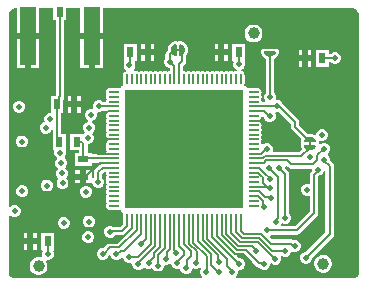
<source format=gtl>
G04*
G04 #@! TF.GenerationSoftware,Altium Limited,Altium Designer,24.6.1 (21)*
G04*
G04 Layer_Physical_Order=1*
G04 Layer_Color=255*
%FSLAX25Y25*%
%MOIN*%
G70*
G04*
G04 #@! TF.SameCoordinates,968F5DAC-6C38-4F8D-B6AE-AF4369227771*
G04*
G04*
G04 #@! TF.FilePolarity,Positive*
G04*
G01*
G75*
%ADD16R,0.02165X0.03543*%
%ADD17R,0.39764X0.39764*%
%ADD18O,0.00787X0.03347*%
%ADD19O,0.03347X0.00787*%
%ADD20R,0.03543X0.02165*%
%ADD22R,0.02402X0.03543*%
%ADD23R,0.05512X0.19685*%
%ADD29C,0.00750*%
%ADD30C,0.00600*%
%ADD31C,0.00787*%
%ADD32C,0.00800*%
%ADD33C,0.03937*%
%ADD34C,0.01968*%
G36*
X119493Y94573D02*
X119890Y94494D01*
X120263Y94340D01*
X120599Y94115D01*
X120885Y93829D01*
X121110Y93494D01*
X121265Y93120D01*
X121344Y92724D01*
X121344Y92522D01*
X121345Y6693D01*
X121344Y6491D01*
X121266Y6094D01*
X121111Y5721D01*
X120887Y5385D01*
X120601Y5099D01*
X120265Y4874D01*
X119892Y4719D01*
X119496Y4640D01*
X119293Y4640D01*
X80598D01*
X80399Y5152D01*
X80816Y5569D01*
X81118Y6298D01*
Y7088D01*
X81567Y7340D01*
X81881D01*
X82610Y7643D01*
X83168Y8201D01*
X83470Y8930D01*
Y9719D01*
X83168Y10449D01*
X82610Y11007D01*
X81881Y11309D01*
X81485D01*
X80678Y12115D01*
X80890Y12627D01*
X83010D01*
X87079Y8558D01*
X87534Y8254D01*
X88070Y8147D01*
X88260D01*
X88640Y7767D01*
X89369Y7465D01*
X90158D01*
X90888Y7767D01*
X91446Y8325D01*
X91748Y9054D01*
Y9348D01*
X92260Y9560D01*
X92380Y9440D01*
X93109Y9138D01*
X93899D01*
X94628Y9440D01*
X95186Y9998D01*
X95488Y10727D01*
Y11517D01*
X95404Y11719D01*
X95538Y11876D01*
X95817Y12060D01*
X96456Y11795D01*
X97245D01*
X97974Y12097D01*
X98533Y12655D01*
X98761Y13208D01*
X98835Y13385D01*
X99347Y13477D01*
X99605Y13370D01*
X100395D01*
X101124Y13672D01*
X101682Y14230D01*
X101984Y14960D01*
Y15749D01*
X101682Y16478D01*
X101124Y17037D01*
X100395Y17339D01*
X99605D01*
X99581Y17329D01*
X99419Y17437D01*
X98883Y17544D01*
X92523D01*
X91730Y18336D01*
X91830Y18838D01*
X91967Y18895D01*
X92247Y19175D01*
X100794D01*
X101330Y19282D01*
X101785Y19586D01*
X107433Y25233D01*
X107737Y25688D01*
X107843Y26225D01*
Y38616D01*
X108104Y38876D01*
X108170D01*
X108900Y39178D01*
X109458Y39737D01*
X109697Y40315D01*
X110209Y40214D01*
Y19967D01*
X103742Y13500D01*
X103346D01*
X102616Y13198D01*
X102058Y12640D01*
X101756Y11910D01*
Y11121D01*
X102058Y10392D01*
X102616Y9834D01*
X103346Y9532D01*
X104135D01*
X104864Y9834D01*
X105422Y10392D01*
X105724Y11121D01*
Y11517D01*
X112602Y18395D01*
X112906Y18850D01*
X113013Y19387D01*
Y41910D01*
X112906Y42447D01*
X112602Y42902D01*
X111811Y43693D01*
Y44419D01*
X111509Y45149D01*
X110951Y45707D01*
X110940Y45711D01*
X110899Y46282D01*
X111328Y46711D01*
X111630Y47440D01*
Y48229D01*
X111328Y48959D01*
X110770Y49517D01*
X110040Y49819D01*
X109251D01*
X108522Y49517D01*
X108355Y49350D01*
X108226Y49341D01*
X108216Y49343D01*
X107922Y49626D01*
X107964Y50163D01*
X108154Y50333D01*
X108410Y50482D01*
X108660Y50378D01*
X109450D01*
X110179Y50680D01*
X110737Y51238D01*
X111039Y51968D01*
Y52757D01*
X110737Y53486D01*
X110179Y54044D01*
X109450Y54347D01*
X108660D01*
X107931Y54044D01*
X107373Y53486D01*
X107071Y52757D01*
Y52548D01*
X106612Y52322D01*
X106459Y52439D01*
X105718Y52746D01*
X104921Y52851D01*
X104492Y52795D01*
X101505Y55782D01*
Y56678D01*
X101399Y57214D01*
X101095Y57669D01*
X96047Y62717D01*
X95875Y63132D01*
X95317Y63690D01*
X94588Y63992D01*
X93992D01*
X93665Y64377D01*
X93634Y64465D01*
X93717Y64664D01*
Y65454D01*
X93414Y66183D01*
X93051Y66546D01*
Y77787D01*
X93270Y77877D01*
X93908Y78366D01*
X94023Y78517D01*
X94060Y78541D01*
X94180Y78721D01*
X94397Y79004D01*
X94503Y79260D01*
X94531Y79310D01*
X94541Y79328D01*
X94628Y79562D01*
X94704Y79745D01*
X94708Y79778D01*
X94700Y79780D01*
X94692Y79794D01*
X94694Y79811D01*
X94753Y80106D01*
X94738Y80181D01*
X94739Y80189D01*
X94731Y80216D01*
X94652Y80614D01*
X94365Y81044D01*
X93935Y81331D01*
X93686Y81380D01*
X93702Y81329D01*
X93632Y81129D01*
X93425Y81011D01*
X90031Y81011D01*
X89742Y81309D01*
X89765Y81378D01*
X89530Y81331D01*
X89100Y81044D01*
X88813Y80614D01*
X88712Y80106D01*
X88776Y79783D01*
X88757Y79778D01*
X88761Y79745D01*
X89068Y79004D01*
X89557Y78366D01*
X90194Y77877D01*
X90247Y77855D01*
Y66380D01*
X90050Y66183D01*
X89748Y65454D01*
Y64664D01*
X90050Y63935D01*
X90162Y63823D01*
X89950Y63311D01*
X89063D01*
X88921Y63484D01*
X88813Y64028D01*
X88650Y64272D01*
X88813Y64515D01*
X88921Y65059D01*
X88813Y65603D01*
X88650Y65847D01*
X88813Y66090D01*
X88921Y66634D01*
X88813Y67178D01*
X88505Y67639D01*
X88044Y67947D01*
X87500Y68055D01*
X84941D01*
X84397Y67947D01*
X84386Y67939D01*
X83874Y68213D01*
Y68618D01*
X83469D01*
X83195Y69130D01*
X83203Y69141D01*
X83311Y69685D01*
Y72244D01*
X83203Y72788D01*
X82895Y73249D01*
X82434Y73557D01*
X82248Y73594D01*
X82195Y74126D01*
X82620Y74302D01*
X83178Y74860D01*
X83480Y75590D01*
Y76379D01*
X83363Y76662D01*
X83303Y77150D01*
X83303Y77150D01*
X83303Y77150D01*
Y82693D01*
X79138D01*
Y77150D01*
X79277D01*
X79619Y76638D01*
X79512Y76379D01*
Y75590D01*
X79814Y74860D01*
X80372Y74302D01*
X80655Y74185D01*
X80725Y73602D01*
X80705Y73588D01*
X80315Y73665D01*
X79771Y73557D01*
X79528Y73394D01*
X79284Y73557D01*
X78740Y73665D01*
X78196Y73557D01*
X77953Y73394D01*
X77709Y73557D01*
X77165Y73665D01*
X76622Y73557D01*
X76378Y73394D01*
X76134Y73557D01*
X75590Y73665D01*
X75047Y73557D01*
X74803Y73394D01*
X74559Y73557D01*
X74016Y73665D01*
X73472Y73557D01*
X73228Y73394D01*
X72985Y73557D01*
X72441Y73665D01*
X71897Y73557D01*
X71653Y73394D01*
X71410Y73557D01*
X70866Y73665D01*
X70322Y73557D01*
X70079Y73394D01*
X69835Y73557D01*
X69291Y73665D01*
X68748Y73557D01*
X68504Y73394D01*
X68260Y73557D01*
X67716Y73665D01*
X67173Y73557D01*
X66929Y73394D01*
X66685Y73557D01*
X66142Y73665D01*
X65598Y73557D01*
X65354Y73394D01*
X65111Y73557D01*
X64567Y73665D01*
X64023Y73557D01*
X63779Y73394D01*
X63536Y73557D01*
X62992Y73665D01*
X62819Y73807D01*
Y75500D01*
X63345Y76025D01*
X63649Y76480D01*
X63756Y77017D01*
Y78911D01*
X63955Y79171D01*
X64262Y79913D01*
X64367Y80709D01*
X64262Y81505D01*
X63955Y82247D01*
X63466Y82884D01*
X62829Y83373D01*
X62572Y83479D01*
X62523Y83507D01*
X62505Y83517D01*
X62270Y83604D01*
X62087Y83680D01*
X62055Y83684D01*
X62053Y83676D01*
X62039Y83668D01*
X62021Y83670D01*
X61726Y83729D01*
X61651Y83714D01*
X61644Y83715D01*
X61616Y83707D01*
X61219Y83628D01*
X61024Y83498D01*
X60829Y83628D01*
X60321Y83729D01*
X59998Y83665D01*
X59993Y83684D01*
X59960Y83680D01*
X59218Y83373D01*
X58581Y82884D01*
X58092Y82247D01*
X57785Y81505D01*
X57680Y80709D01*
X57684Y80682D01*
X57276Y80274D01*
X56972Y79819D01*
X56866Y79283D01*
Y77825D01*
X56838Y77797D01*
X56536Y77068D01*
Y76279D01*
X56838Y75549D01*
X57396Y74991D01*
X58125Y74689D01*
X58441D01*
Y73807D01*
X58268Y73665D01*
X57724Y73557D01*
X57480Y73394D01*
X57237Y73557D01*
X56693Y73665D01*
X56149Y73557D01*
X55905Y73394D01*
X55662Y73557D01*
X55118Y73665D01*
X54574Y73557D01*
X54331Y73394D01*
X54087Y73557D01*
X53543Y73665D01*
X53000Y73557D01*
X52756Y73394D01*
X52512Y73557D01*
X51968Y73665D01*
X51425Y73557D01*
X51181Y73394D01*
X50937Y73557D01*
X50394Y73665D01*
X49850Y73557D01*
X49606Y73394D01*
X49363Y73557D01*
X48819Y73665D01*
X48275Y73557D01*
X48031Y73394D01*
X47788Y73557D01*
X47244Y73665D01*
X46700Y73557D01*
X46465Y73690D01*
X46390Y74292D01*
X46564Y74467D01*
X46866Y75196D01*
Y75985D01*
X46596Y76638D01*
X46798Y77150D01*
X47240D01*
Y82693D01*
X43075D01*
Y77150D01*
X43075Y77150D01*
X43168Y76638D01*
X42898Y75985D01*
Y75196D01*
X43200Y74467D01*
X43581Y74085D01*
X43569Y73864D01*
X43482Y73511D01*
X43090Y73249D01*
X42782Y72788D01*
X42674Y72244D01*
Y69685D01*
X42782Y69141D01*
X42789Y69130D01*
X42516Y68618D01*
X42110D01*
Y68213D01*
X41598Y67939D01*
X41587Y67947D01*
X41043Y68055D01*
X38484D01*
X37940Y67947D01*
X37479Y67639D01*
X37171Y67178D01*
X37063Y66634D01*
X37171Y66090D01*
X37334Y65847D01*
X37171Y65603D01*
X37063Y65059D01*
X37171Y64515D01*
X37334Y64272D01*
X37171Y64028D01*
X37063Y63484D01*
X36921Y63311D01*
X36050D01*
X35770Y63592D01*
X35040Y63894D01*
X34251D01*
X33522Y63592D01*
X32963Y63033D01*
X32661Y62304D01*
Y61515D01*
X32701Y61419D01*
X32304Y61039D01*
X31593D01*
X30864Y60737D01*
X30306Y60179D01*
X30004Y59450D01*
Y58660D01*
X30306Y57931D01*
X30864Y57373D01*
X31048Y57297D01*
X31065Y57144D01*
X30997Y56764D01*
X30372Y56505D01*
X29814Y55947D01*
X29512Y55217D01*
Y54428D01*
X29814Y53699D01*
X29975Y53538D01*
X29880Y53060D01*
X29798Y52978D01*
X29366Y52772D01*
Y52772D01*
X29366Y52772D01*
X25201D01*
Y47228D01*
X28126D01*
Y46295D01*
X26756D01*
Y42130D01*
X32299D01*
Y43185D01*
X35215D01*
X35250Y43092D01*
X35300Y42673D01*
X34934Y42428D01*
X33456Y40951D01*
X33152Y40496D01*
X33046Y39959D01*
Y38193D01*
X32811Y37979D01*
X32299Y38205D01*
Y40547D01*
X30528D01*
Y38465D01*
Y36382D01*
X31992D01*
X32389Y36245D01*
X32564Y35980D01*
X32767Y35490D01*
X33325Y34932D01*
X34054Y34630D01*
X34844D01*
X35573Y34932D01*
X36131Y35490D01*
X36433Y36219D01*
Y37009D01*
X36131Y37738D01*
X35849Y38020D01*
Y39379D01*
X36446Y39975D01*
X36985Y39957D01*
X37063Y39862D01*
X37171Y39318D01*
X37334Y39075D01*
X37171Y38831D01*
X37063Y38287D01*
X37171Y37744D01*
X37334Y37500D01*
X37171Y37256D01*
X37063Y36713D01*
X37171Y36169D01*
X37334Y35925D01*
X37171Y35682D01*
X37063Y35138D01*
X37171Y34594D01*
X37334Y34350D01*
X37171Y34107D01*
X37063Y33563D01*
X37171Y33019D01*
X37334Y32776D01*
X37171Y32532D01*
X37063Y31988D01*
X37171Y31444D01*
X37334Y31201D01*
X37171Y30957D01*
X37063Y30413D01*
X37171Y29870D01*
X37334Y29626D01*
X37171Y29382D01*
X37063Y28839D01*
X37171Y28295D01*
X37479Y27834D01*
X37940Y27526D01*
X38484Y27418D01*
X41043D01*
X41587Y27526D01*
X41598Y27533D01*
X42110Y27260D01*
Y26854D01*
X42516D01*
X42789Y26342D01*
X42782Y26331D01*
X42674Y25787D01*
Y23228D01*
X42685Y23168D01*
Y22621D01*
X41778Y21714D01*
X39663D01*
X39608Y21769D01*
X38879Y22071D01*
X38090D01*
X37360Y21769D01*
X36802Y21211D01*
X36500Y20481D01*
Y19692D01*
X36802Y18963D01*
X37360Y18405D01*
X38090Y18102D01*
X38879D01*
X39608Y18405D01*
X40114Y18910D01*
X42359D01*
X42766Y18991D01*
X43049Y18551D01*
X40858Y16360D01*
X38516D01*
X37979Y16253D01*
X37524Y15949D01*
X36257Y14681D01*
X35530D01*
X34801Y14379D01*
X34243Y13821D01*
X33941Y13092D01*
Y12302D01*
X34243Y11573D01*
X34801Y11015D01*
X35530Y10713D01*
X36320D01*
X37049Y11015D01*
X37607Y11573D01*
X37909Y12302D01*
X38063Y12320D01*
X38567Y12204D01*
X38869Y11474D01*
X39427Y10916D01*
X40156Y10614D01*
X40946D01*
X41675Y10916D01*
X42189Y11430D01*
X42425Y11401D01*
X42712Y11292D01*
X43003Y10589D01*
X43561Y10030D01*
X44290Y9728D01*
X45080D01*
X45391Y9857D01*
X45405Y9854D01*
X45864Y9499D01*
Y8961D01*
X46166Y8232D01*
X46725Y7674D01*
X47454Y7372D01*
X48243D01*
X48972Y7674D01*
X49396Y8098D01*
X50026Y8192D01*
X50158Y8059D01*
X50888Y7757D01*
X51677D01*
X52406Y8059D01*
X52634Y7770D01*
X52649Y7734D01*
X53207Y7176D01*
X53936Y6874D01*
X54725D01*
X55455Y7176D01*
X56013Y7734D01*
X56315Y8464D01*
Y8740D01*
X56692Y9138D01*
X57481D01*
X58211Y9440D01*
X58331Y9560D01*
X58583Y9505D01*
X58872Y9377D01*
X59145Y8719D01*
X59703Y8160D01*
X60432Y7858D01*
X61221D01*
X61370Y7920D01*
X61795Y7635D01*
Y7514D01*
X62097Y6785D01*
X62656Y6226D01*
X63385Y5924D01*
X64174D01*
X64903Y6226D01*
X65462Y6785D01*
X65764Y7514D01*
Y7631D01*
X66276Y7967D01*
X66699Y7792D01*
X67488D01*
X68218Y8094D01*
X68299Y8175D01*
X68862Y8014D01*
X68886Y7912D01*
X68790Y7817D01*
X68488Y7088D01*
Y6298D01*
X68790Y5569D01*
X69208Y5152D01*
X69009Y4640D01*
X6693Y4640D01*
X6491D01*
X6094Y4719D01*
X5721Y4873D01*
X5385Y5097D01*
X5099Y5383D01*
X4874Y5719D01*
X4719Y6092D01*
X4640Y6489D01*
X4640Y6691D01*
Y25393D01*
X5152Y25605D01*
X5471Y25286D01*
X6200Y24984D01*
X6989D01*
X7718Y25286D01*
X8277Y25844D01*
X8579Y26574D01*
Y27363D01*
X8277Y28093D01*
X7718Y28651D01*
X6989Y28953D01*
X6200D01*
X5471Y28651D01*
X5152Y28332D01*
X4640Y28544D01*
X4640Y92520D01*
Y92722D01*
X4719Y93118D01*
X4873Y93492D01*
X5097Y93828D01*
X5383Y94114D01*
X5719Y94339D01*
X6092Y94494D01*
X6489Y94573D01*
X6691Y94573D01*
X7268D01*
Y86433D01*
X11024D01*
X14780D01*
Y94573D01*
X19453D01*
Y90732D01*
X20252D01*
Y65725D01*
X20251D01*
X20204Y65370D01*
X18665D01*
Y59827D01*
X18221Y59664D01*
X17976D01*
X17246Y59362D01*
X16688Y58804D01*
X16386Y58075D01*
Y57285D01*
X16565Y56853D01*
X16534Y56807D01*
X15805Y56505D01*
X15247Y55947D01*
X14945Y55217D01*
Y54428D01*
X15247Y53699D01*
X15805Y53141D01*
X16534Y52839D01*
X17324D01*
X18053Y53141D01*
X18611Y53699D01*
X18816Y54192D01*
X19328Y54090D01*
Y50806D01*
X19313D01*
X19453Y50102D01*
Y47228D01*
X19582D01*
X19820Y46873D01*
Y46084D01*
X20122Y45354D01*
X20579Y44897D01*
X20680Y44796D01*
X20619Y44267D01*
X20446Y44095D01*
X20144Y43366D01*
Y42576D01*
X20446Y41847D01*
X21004Y41289D01*
X21030Y41162D01*
X20559Y40691D01*
X20257Y39962D01*
Y39172D01*
X20559Y38443D01*
X21117Y37885D01*
X21164Y37651D01*
X20878Y37365D01*
X20576Y36636D01*
Y35846D01*
X20878Y35117D01*
X21436Y34559D01*
X22165Y34257D01*
X22955D01*
X23684Y34559D01*
X24242Y35117D01*
X24544Y35846D01*
Y36636D01*
X24242Y37365D01*
X23684Y37923D01*
X23638Y38157D01*
X23923Y38443D01*
X24225Y39172D01*
Y39962D01*
X23923Y40691D01*
X23365Y41249D01*
X23340Y41376D01*
X23810Y41847D01*
X24113Y42576D01*
Y43366D01*
X23810Y44095D01*
X23353Y44552D01*
X23252Y44653D01*
X23314Y45182D01*
X23486Y45354D01*
X23788Y46084D01*
Y46873D01*
X23618Y47284D01*
Y52772D01*
X22131D01*
Y59827D01*
X22831D01*
Y64172D01*
X22889Y64314D01*
X23075Y65725D01*
X23055D01*
Y90732D01*
X23854D01*
Y94573D01*
X28528D01*
Y86433D01*
X32283D01*
X36039D01*
Y94573D01*
X119291Y94573D01*
X119493Y94573D01*
D02*
G37*
G36*
X62190Y82547D02*
X62444Y82379D01*
X62734Y82089D01*
X62944Y81859D01*
X63174Y81469D01*
X63284Y81099D01*
X63264Y80229D01*
X63164Y79949D01*
X62834Y79409D01*
X62504Y79089D01*
X62142Y78862D01*
X61744Y78739D01*
X61544Y78809D01*
X61426Y79016D01*
X61426Y82410D01*
X61724Y82699D01*
X62190Y82547D01*
D02*
G37*
G36*
X60504Y82609D02*
X60621Y82402D01*
X60621Y79008D01*
X60324Y78719D01*
X59858Y78870D01*
X59604Y79039D01*
X59314Y79329D01*
X59104Y79559D01*
X58874Y79949D01*
X58764Y80319D01*
X58784Y81189D01*
X58884Y81469D01*
X59214Y82009D01*
X59544Y82329D01*
X59905Y82555D01*
X60304Y82679D01*
X60504Y82609D01*
D02*
G37*
G36*
X93722Y80109D02*
X93571Y79643D01*
X93402Y79389D01*
X93112Y79099D01*
X92882Y78889D01*
X92492Y78659D01*
X92122Y78549D01*
X91252Y78569D01*
X90972Y78669D01*
X90432Y78999D01*
X90112Y79329D01*
X89886Y79690D01*
X89762Y80089D01*
X89832Y80289D01*
X90039Y80406D01*
X93433Y80406D01*
X93722Y80109D01*
D02*
G37*
G36*
X93798Y60024D02*
X94588D01*
X94720Y60079D01*
X98702Y56097D01*
Y55201D01*
X98808Y54665D01*
X99112Y54210D01*
X102184Y51138D01*
X102151Y51056D01*
X102123Y51007D01*
X102113Y50989D01*
X102026Y50754D01*
X101950Y50571D01*
X101945Y50539D01*
X101954Y50537D01*
X101962Y50523D01*
X101960Y50505D01*
X101901Y50210D01*
X101916Y50135D01*
X101915Y50128D01*
X101923Y50100D01*
X102002Y49703D01*
X102132Y49508D01*
X102002Y49313D01*
X101901Y48806D01*
X101965Y48482D01*
X101945Y48477D01*
X101950Y48445D01*
X102257Y47703D01*
X102347Y47586D01*
X101537Y46776D01*
X92960D01*
X92676Y47201D01*
X92732Y47339D01*
Y48128D01*
X92430Y48857D01*
X91872Y49415D01*
X91143Y49718D01*
X90353D01*
X89624Y49415D01*
X89423Y49214D01*
X89201Y49257D01*
X88900Y49415D01*
X88813Y49855D01*
X88650Y50098D01*
X88813Y50342D01*
X88921Y50886D01*
X88813Y51430D01*
X88650Y51673D01*
X88813Y51917D01*
X88921Y52461D01*
X88813Y53004D01*
X88650Y53248D01*
X88813Y53492D01*
X88921Y54035D01*
X88813Y54579D01*
X88650Y54823D01*
X88813Y55066D01*
X88921Y55610D01*
X88813Y56154D01*
X88650Y56398D01*
X88650Y56398D01*
X88505Y56615D01*
X88044Y56923D01*
X87500Y57031D01*
X86221D01*
Y57339D01*
X87500D01*
X88044Y57447D01*
X88505Y57755D01*
X88650Y57972D01*
X88650Y57972D01*
X88813Y58216D01*
X88836Y58330D01*
X89357Y58517D01*
X89650Y58285D01*
Y58168D01*
X89952Y57439D01*
X90510Y56881D01*
X91239Y56579D01*
X92028D01*
X92758Y56881D01*
X93316Y57439D01*
X93618Y58168D01*
Y58958D01*
X93325Y59666D01*
X93362Y59745D01*
X93636Y60091D01*
X93798Y60024D01*
D02*
G37*
G36*
X105401Y51748D02*
X105681Y51648D01*
X106221Y51318D01*
X106541Y50988D01*
X106768Y50627D01*
X106891Y50228D01*
X106821Y50028D01*
X106614Y49910D01*
X103220Y49910D01*
X102931Y50208D01*
X103083Y50674D01*
X103251Y50928D01*
X103541Y51218D01*
X103771Y51428D01*
X104161Y51658D01*
X104531Y51768D01*
X105401Y51748D01*
D02*
G37*
G36*
X106622Y49106D02*
X106911Y48808D01*
X106760Y48342D01*
X106591Y48088D01*
X106301Y47798D01*
X106071Y47588D01*
X105681Y47358D01*
X105311Y47248D01*
X104441Y47268D01*
X104161Y47368D01*
X103621Y47698D01*
X103301Y48028D01*
X103075Y48389D01*
X102951Y48788D01*
X103021Y48988D01*
X103228Y49106D01*
X106622Y49106D01*
D02*
G37*
G36*
X37063Y60335D02*
X37171Y59791D01*
X37334Y59547D01*
X37171Y59304D01*
X37063Y58760D01*
X37171Y58216D01*
X37334Y57972D01*
X37171Y57729D01*
X37063Y57185D01*
X37171Y56641D01*
X37334Y56398D01*
X37171Y56154D01*
X37063Y55610D01*
X37171Y55066D01*
X37334Y54823D01*
X37171Y54579D01*
X37063Y54035D01*
X37171Y53492D01*
X37334Y53248D01*
X37171Y53004D01*
X37063Y52461D01*
X37171Y51917D01*
X37334Y51673D01*
X37334Y51673D01*
X37479Y51456D01*
X37940Y51148D01*
X38484Y51039D01*
X39764D01*
Y50732D01*
X38484D01*
X37940Y50624D01*
X37479Y50316D01*
X37334Y50099D01*
X37334Y50098D01*
X37171Y49855D01*
X37063Y49311D01*
X37171Y48767D01*
X37334Y48524D01*
X37171Y48280D01*
X37063Y47736D01*
X37171Y47192D01*
X37334Y46949D01*
X37171Y46705D01*
X37063Y46161D01*
X36921Y45989D01*
X32299D01*
Y46295D01*
X30929D01*
Y49213D01*
X31248Y49341D01*
X31384Y49394D01*
X31399D01*
X32128Y49696D01*
X32686Y50254D01*
X32988Y50983D01*
Y51773D01*
X32686Y52502D01*
X32525Y52663D01*
X32620Y53141D01*
X33178Y53699D01*
X33480Y54428D01*
Y55217D01*
X33178Y55947D01*
X32620Y56505D01*
X32436Y56581D01*
X32420Y56734D01*
X32487Y57114D01*
X33112Y57373D01*
X33670Y57931D01*
X33972Y58660D01*
Y59450D01*
X33933Y59545D01*
X34330Y59925D01*
X35040D01*
X35770Y60227D01*
X36050Y60508D01*
X36921D01*
X37063Y60335D01*
D02*
G37*
G36*
X97879Y41567D02*
X98334Y41263D01*
X98870Y41156D01*
X105791D01*
Y40529D01*
X105450Y40188D01*
X105146Y39733D01*
X105039Y39197D01*
Y36365D01*
X104614Y36081D01*
X104477Y36138D01*
X103687D01*
X102958Y35836D01*
X102400Y35278D01*
X102098Y34548D01*
Y33759D01*
X102400Y33030D01*
X102958Y32471D01*
X103687Y32169D01*
X104477D01*
X104614Y32226D01*
X105039Y31942D01*
Y26805D01*
X100213Y21979D01*
X95720D01*
X95458Y22491D01*
X95529Y22663D01*
X95695Y23038D01*
X96147Y22919D01*
X96450Y22794D01*
X97239D01*
X97969Y23096D01*
X98527Y23654D01*
X98829Y24383D01*
Y25173D01*
X98527Y25902D01*
X98199Y26230D01*
Y39356D01*
X98092Y39892D01*
X97789Y40347D01*
X96844Y41292D01*
Y41688D01*
X97189Y42175D01*
X97249Y42197D01*
X97879Y41567D01*
D02*
G37*
%LPC*%
G36*
X86611Y89189D02*
X85830D01*
X85075Y88987D01*
X84398Y88596D01*
X83845Y88043D01*
X83454Y87366D01*
X83252Y86611D01*
Y85830D01*
X83454Y85075D01*
X83845Y84398D01*
X84398Y83845D01*
X85075Y83454D01*
X85830Y83252D01*
X86611D01*
X87366Y83454D01*
X88043Y83845D01*
X88596Y84398D01*
X88987Y85075D01*
X89189Y85830D01*
Y86611D01*
X88987Y87366D01*
X88596Y88043D01*
X88043Y88596D01*
X87366Y88987D01*
X86611Y89189D01*
D02*
G37*
G36*
X92732Y82910D02*
Y82602D01*
X93032Y82419D01*
X93049Y82401D01*
X92914Y82728D01*
X92732Y82910D01*
D02*
G37*
G36*
X90732D02*
X90551Y82728D01*
X90399Y82361D01*
X90582Y82529D01*
X90732Y82617D01*
Y82910D01*
D02*
G37*
G36*
X77555Y82693D02*
X76472D01*
Y80921D01*
X77555D01*
Y82693D01*
D02*
G37*
G36*
X52988D02*
X51906D01*
Y80921D01*
X52988D01*
Y82693D01*
D02*
G37*
G36*
X49905D02*
X48823D01*
Y80921D01*
X49905D01*
Y82693D01*
D02*
G37*
G36*
X74472D02*
X73390D01*
Y80921D01*
X74472D01*
Y82693D01*
D02*
G37*
G36*
X105508Y80724D02*
X104425D01*
Y78953D01*
X105508D01*
Y80724D01*
D02*
G37*
G36*
X102425D02*
X101342D01*
Y78953D01*
X102425D01*
Y80724D01*
D02*
G37*
G36*
X77555Y78921D02*
X76472D01*
Y77150D01*
X77555D01*
Y78921D01*
D02*
G37*
G36*
X74472D02*
X73390D01*
Y77150D01*
X74472D01*
Y78921D01*
D02*
G37*
G36*
X52988D02*
X51906D01*
Y77150D01*
X52988D01*
Y78921D01*
D02*
G37*
G36*
X49905D02*
X48823D01*
Y77150D01*
X49905D01*
Y78921D01*
D02*
G37*
G36*
X111256Y80724D02*
X107091D01*
Y75181D01*
X111256D01*
Y76551D01*
X111982D01*
X112262Y76271D01*
X112991Y75968D01*
X113780D01*
X114510Y76271D01*
X115068Y76829D01*
X115370Y77558D01*
Y78347D01*
X115068Y79077D01*
X114510Y79635D01*
X113780Y79937D01*
X112991D01*
X112262Y79635D01*
X111982Y79355D01*
X111256D01*
Y80724D01*
D02*
G37*
G36*
X105508Y76953D02*
X104425D01*
Y75181D01*
X105508D01*
Y76953D01*
D02*
G37*
G36*
X102425D02*
X101342D01*
Y75181D01*
X102425D01*
Y76953D01*
D02*
G37*
G36*
X36039Y84433D02*
X33283D01*
Y74590D01*
X36039D01*
Y84433D01*
D02*
G37*
G36*
X31284D02*
X28528D01*
Y74590D01*
X31284D01*
Y84433D01*
D02*
G37*
G36*
X14780D02*
X12024D01*
Y74590D01*
X14780D01*
Y84433D01*
D02*
G37*
G36*
X10024D02*
X7268D01*
Y74590D01*
X10024D01*
Y84433D01*
D02*
G37*
G36*
X28579Y65370D02*
X27496D01*
Y63598D01*
X28579D01*
Y65370D01*
D02*
G37*
G36*
X25496D02*
X24413D01*
Y63598D01*
X25496D01*
Y65370D01*
D02*
G37*
G36*
X28579Y61598D02*
X27496D01*
Y59827D01*
X28579D01*
Y61598D01*
D02*
G37*
G36*
X25496D02*
X24413D01*
Y59827D01*
X25496D01*
Y61598D01*
D02*
G37*
G36*
X8466Y63795D02*
X7676D01*
X6947Y63493D01*
X6389Y62935D01*
X6087Y62206D01*
Y61416D01*
X6389Y60687D01*
X6947Y60129D01*
X7676Y59827D01*
X8466D01*
X9195Y60129D01*
X9753Y60687D01*
X10055Y61416D01*
Y62206D01*
X9753Y62935D01*
X9195Y63493D01*
X8466Y63795D01*
D02*
G37*
G36*
X9351Y52181D02*
X8562D01*
X7833Y51879D01*
X7275Y51321D01*
X6972Y50591D01*
Y49802D01*
X7275Y49073D01*
X7833Y48515D01*
X8562Y48213D01*
X9351D01*
X10081Y48515D01*
X10639Y49073D01*
X10941Y49802D01*
Y50591D01*
X10639Y51321D01*
X10081Y51879D01*
X9351Y52181D01*
D02*
G37*
G36*
X28528Y40547D02*
X26756D01*
Y39465D01*
X28528D01*
Y40547D01*
D02*
G37*
G36*
Y37465D02*
X26756D01*
Y36382D01*
X28528D01*
Y37465D01*
D02*
G37*
G36*
X17718Y37516D02*
X16928D01*
X16199Y37214D01*
X15641Y36656D01*
X15339Y35926D01*
Y35137D01*
X15641Y34407D01*
X16199Y33849D01*
X16928Y33547D01*
X17718D01*
X18447Y33849D01*
X19005Y34407D01*
X19307Y35137D01*
Y35926D01*
X19005Y36656D01*
X18447Y37214D01*
X17718Y37516D01*
D02*
G37*
G36*
X9548Y35547D02*
X8759D01*
X8030Y35245D01*
X7471Y34687D01*
X7169Y33958D01*
Y33168D01*
X7471Y32439D01*
X8030Y31881D01*
X8759Y31579D01*
X9548D01*
X10278Y31881D01*
X10836Y32439D01*
X11138Y33168D01*
Y33958D01*
X10836Y34687D01*
X10278Y35245D01*
X9548Y35547D01*
D02*
G37*
G36*
X30707Y35466D02*
X29917D01*
X29188Y35164D01*
X28630Y34606D01*
X28328Y33877D01*
Y33087D01*
X28630Y32358D01*
X29188Y31800D01*
X29917Y31498D01*
X30707D01*
X31436Y31800D01*
X31994Y32358D01*
X32296Y33087D01*
Y33877D01*
X31994Y34606D01*
X31436Y35164D01*
X30707Y35466D01*
D02*
G37*
G36*
X31657Y25508D02*
X30867D01*
X30138Y25206D01*
X29580Y24648D01*
X29278Y23918D01*
Y23129D01*
X29580Y22400D01*
X30138Y21842D01*
X30867Y21539D01*
X31657D01*
X32386Y21842D01*
X32944Y22400D01*
X33246Y23129D01*
Y23918D01*
X32944Y24648D01*
X32386Y25206D01*
X31657Y25508D01*
D02*
G37*
G36*
X23307Y25024D02*
X22518D01*
X21788Y24722D01*
X21230Y24164D01*
X20928Y23434D01*
Y22645D01*
X21230Y21916D01*
X21788Y21358D01*
X22518Y21056D01*
X23307D01*
X24036Y21358D01*
X24595Y21916D01*
X24897Y22645D01*
Y23434D01*
X24595Y24164D01*
X24036Y24722D01*
X23307Y25024D01*
D02*
G37*
G36*
X13894Y19701D02*
X12811D01*
Y17929D01*
X13894D01*
Y19701D01*
D02*
G37*
G36*
X10811D02*
X9728D01*
Y17929D01*
X10811D01*
Y19701D01*
D02*
G37*
G36*
X31497Y20291D02*
X30708D01*
X29978Y19989D01*
X29420Y19431D01*
X29118Y18702D01*
Y17912D01*
X29420Y17183D01*
X29978Y16625D01*
X30708Y16323D01*
X31497D01*
X32226Y16625D01*
X32785Y17183D01*
X33087Y17912D01*
Y18702D01*
X32785Y19431D01*
X32226Y19989D01*
X31497Y20291D01*
D02*
G37*
G36*
X13894Y15929D02*
X12811D01*
Y14157D01*
X13894D01*
Y15929D01*
D02*
G37*
G36*
X10811D02*
X9728D01*
Y14157D01*
X10811D01*
Y15929D01*
D02*
G37*
G36*
X19642Y19701D02*
X15476D01*
Y14157D01*
X15746D01*
X15881Y13953D01*
X16003Y13646D01*
X15732Y12993D01*
Y12204D01*
X15851Y11918D01*
X15473Y11492D01*
X14958Y11630D01*
X14176D01*
X13421Y11428D01*
X12744Y11037D01*
X12191Y10484D01*
X11801Y9807D01*
X11598Y9052D01*
Y8271D01*
X11801Y7516D01*
X12191Y6839D01*
X12744Y6286D01*
X13421Y5895D01*
X14176Y5693D01*
X14958D01*
X15713Y5895D01*
X16390Y6286D01*
X16942Y6839D01*
X17333Y7516D01*
X17535Y8271D01*
Y9052D01*
X17333Y9807D01*
X17140Y10141D01*
X17200Y10296D01*
X17458Y10614D01*
X18111D01*
X18841Y10916D01*
X19399Y11474D01*
X19701Y12204D01*
Y12993D01*
X19431Y13646D01*
X19632Y14157D01*
X19642D01*
Y19701D01*
D02*
G37*
G36*
X109840Y12417D02*
X109058D01*
X108303Y12215D01*
X107626Y11824D01*
X107073Y11271D01*
X106683Y10595D01*
X106480Y9840D01*
Y9058D01*
X106683Y8303D01*
X107073Y7626D01*
X107626Y7073D01*
X108303Y6683D01*
X109058Y6480D01*
X109840D01*
X110595Y6683D01*
X111272Y7073D01*
X111824Y7626D01*
X112215Y8303D01*
X112417Y9058D01*
Y9840D01*
X112215Y10595D01*
X111824Y11271D01*
X111272Y11824D01*
X110595Y12215D01*
X109840Y12417D01*
D02*
G37*
%LPD*%
D16*
X103425Y77953D02*
D03*
X109173D02*
D03*
X75472Y79921D02*
D03*
X81221D02*
D03*
X50906D02*
D03*
X45158D02*
D03*
X17559Y16929D02*
D03*
X11811D02*
D03*
X21535Y50000D02*
D03*
X27283D02*
D03*
X26496Y62598D02*
D03*
X20748D02*
D03*
D17*
X62992Y47736D02*
D03*
D18*
X44094Y70965D02*
D03*
X45669D02*
D03*
X47244D02*
D03*
X48819D02*
D03*
X50394D02*
D03*
X51968D02*
D03*
X53543D02*
D03*
X55118D02*
D03*
X56693D02*
D03*
X58268D02*
D03*
X59842D02*
D03*
X61417D02*
D03*
X62992D02*
D03*
X64567D02*
D03*
X66142D02*
D03*
X67716D02*
D03*
X69291D02*
D03*
X70866D02*
D03*
X72441D02*
D03*
X74016D02*
D03*
X75590D02*
D03*
X77165D02*
D03*
X78740D02*
D03*
X80315D02*
D03*
X81890D02*
D03*
Y24508D02*
D03*
X80315D02*
D03*
X78740D02*
D03*
X77165D02*
D03*
X75590D02*
D03*
X74016D02*
D03*
X72441D02*
D03*
X70866D02*
D03*
X69291D02*
D03*
X67716D02*
D03*
X66142D02*
D03*
X64567D02*
D03*
X62992D02*
D03*
X61417D02*
D03*
X59842D02*
D03*
X58268D02*
D03*
X56693D02*
D03*
X55118D02*
D03*
X53543D02*
D03*
X51968D02*
D03*
X50394D02*
D03*
X48819D02*
D03*
X47244D02*
D03*
X45669D02*
D03*
X44094D02*
D03*
D19*
X86221Y66634D02*
D03*
Y65059D02*
D03*
Y63484D02*
D03*
Y61910D02*
D03*
Y60335D02*
D03*
Y58760D02*
D03*
Y57185D02*
D03*
Y55610D02*
D03*
Y54035D02*
D03*
Y52461D02*
D03*
Y50886D02*
D03*
Y49311D02*
D03*
Y47736D02*
D03*
Y46161D02*
D03*
Y44587D02*
D03*
Y43012D02*
D03*
Y41437D02*
D03*
Y39862D02*
D03*
Y38287D02*
D03*
Y36713D02*
D03*
Y35138D02*
D03*
Y33563D02*
D03*
Y31988D02*
D03*
Y30413D02*
D03*
Y28839D02*
D03*
X39764D02*
D03*
Y30413D02*
D03*
Y31988D02*
D03*
Y33563D02*
D03*
Y35138D02*
D03*
Y36713D02*
D03*
Y38287D02*
D03*
Y39862D02*
D03*
Y41437D02*
D03*
Y43012D02*
D03*
Y44587D02*
D03*
Y46161D02*
D03*
Y47736D02*
D03*
Y49311D02*
D03*
Y50886D02*
D03*
Y52461D02*
D03*
Y54035D02*
D03*
Y55610D02*
D03*
Y57185D02*
D03*
Y58760D02*
D03*
Y60335D02*
D03*
Y61910D02*
D03*
Y63484D02*
D03*
Y65059D02*
D03*
Y66634D02*
D03*
D20*
X29528Y38465D02*
D03*
Y44213D02*
D03*
D22*
X21654Y93504D02*
D03*
D23*
X32283Y85433D02*
D03*
X11024D02*
D03*
D29*
X20472Y62874D02*
X21113Y63709D01*
X21516Y64682D01*
X21654Y65725D01*
X20472Y62874D02*
X20748Y62598D01*
X20729Y50806D02*
X20828Y50435D01*
X29528Y49218D02*
X29314Y49732D01*
X29283Y49764D02*
X28743Y50000D01*
X29283Y49764D02*
X29314Y49732D01*
X30430Y44587D02*
X29528Y44213D01*
X85294Y8989D02*
Y9982D01*
X82587Y12688D02*
X85294Y9982D01*
X80018Y12688D02*
X82587D01*
X85294Y8989D02*
X85527Y8755D01*
X72441Y18370D02*
X81486Y9325D01*
X88070Y9549D02*
X89605D01*
X89705Y9449D01*
X83591Y14029D02*
X88070Y9549D01*
X80574Y14029D02*
X83591D01*
X72441Y18370D02*
Y24606D01*
X87155Y13801D02*
Y14080D01*
X78740Y19654D02*
Y24544D01*
X80315Y19975D02*
X82240Y18050D01*
X88138D01*
X77165Y19333D02*
Y24606D01*
X78740Y24544D02*
X78757Y24562D01*
X80315Y19975D02*
Y24606D01*
X74016Y18691D02*
Y24606D01*
X75591Y19012D02*
X80574Y14029D01*
X77165Y19333D02*
X81129Y15369D01*
X85866D01*
X74016Y18691D02*
X80018Y12688D01*
X78740Y19654D02*
X81684Y16710D01*
X87582D01*
X75591Y19012D02*
Y24606D01*
X74373Y10271D02*
X74602Y10042D01*
X67224Y9907D02*
Y13557D01*
X64612Y16170D02*
X67224Y13557D01*
X77468Y8688D02*
Y11042D01*
X70866Y17644D02*
X77468Y11042D01*
X62992Y15893D02*
X65253Y13633D01*
X74373Y10271D02*
Y12241D01*
X66142Y16535D02*
X70568Y12109D01*
X67716Y17002D02*
X72044Y12674D01*
X70568Y6788D02*
Y12109D01*
X69291Y17323D02*
X74373Y12241D01*
X72044Y9122D02*
Y12674D01*
X65253Y11994D02*
Y13633D01*
X64013Y10754D02*
X65253Y11994D01*
X72044Y9122D02*
X74375Y6791D01*
X98883Y16142D02*
X99670Y15354D01*
X100000D01*
X88693Y19391D02*
X91942Y16142D01*
X98883D01*
X92408Y13780D02*
X96850D01*
X88138Y18050D02*
X92408Y13780D01*
X85866Y15369D02*
X87155Y14080D01*
X92561Y11731D02*
X92565D01*
X93174Y11122D02*
X93504D01*
X92565Y11731D02*
X93174Y11122D01*
X87582Y16710D02*
X92561Y11731D01*
X82971Y19391D02*
X88693D01*
X90843Y20577D02*
X100794D01*
X89257Y36520D02*
X90639Y35138D01*
X89257Y36520D02*
Y38443D01*
X88866Y38833D02*
Y38843D01*
X86221Y35138D02*
X90639D01*
X91616Y37864D02*
Y37979D01*
X90779Y35138D02*
X91240D01*
X88866Y38833D02*
X89257Y38443D01*
X90207Y39388D02*
X91616Y37979D01*
X98870Y42558D02*
X105974D01*
X107356Y43940D02*
Y45545D01*
X91422Y41395D02*
X94485Y38331D01*
X91422Y41395D02*
Y41520D01*
X88854Y46169D02*
X90418Y47733D01*
X89256Y44587D02*
X90043Y45374D01*
X89577Y43012D02*
X90444Y43879D01*
X102117Y45374D02*
X104921Y48178D01*
X90418Y47733D02*
X90748D01*
X90444Y43879D02*
X97549D01*
X90043Y45374D02*
X102117D01*
X86122Y44587D02*
X89256D01*
X86228Y46169D02*
X88854D01*
X87855Y39855D02*
X88866Y38843D01*
X97549Y43879D02*
X98870Y42558D01*
X86221Y43012D02*
X89577D01*
X91240Y35138D02*
X91732Y34646D01*
X94485Y24549D02*
Y38331D01*
X94859Y41294D02*
Y41294D01*
Y41294D02*
X96797Y39356D01*
X90002Y31729D02*
X91893D01*
X92126Y31496D01*
X88176Y33556D02*
X90002Y31729D01*
X89434Y28677D02*
X89667Y28443D01*
X89434Y28677D02*
Y30402D01*
X87855Y31981D02*
X89434Y30402D01*
X93701Y23435D02*
Y23765D01*
X94485Y24549D01*
X86228Y33556D02*
X88176D01*
X103740Y11516D02*
X111611Y19387D01*
X96797Y24825D02*
X96845Y24778D01*
X96797Y24825D02*
Y39356D01*
X100794Y20577D02*
X106441Y26225D01*
X86221Y31988D02*
X86228Y31981D01*
X87855D01*
X88176Y41430D02*
X90207Y39399D01*
Y39388D02*
Y39399D01*
X95007Y61775D02*
X100103Y56678D01*
Y55201D02*
Y56678D01*
X94193Y62008D02*
X94426Y61775D01*
X95007D01*
X100103Y55201D02*
X104467Y50838D01*
X104921D01*
X11811Y12598D02*
Y16929D01*
X17717Y12598D02*
Y12992D01*
X17559Y13150D02*
Y16929D01*
Y13150D02*
X17717Y12992D01*
X99606Y77953D02*
X103425D01*
X109173D02*
X113386D01*
X81221Y76260D02*
X81496Y75984D01*
X81221Y76260D02*
Y79921D01*
X75532Y76043D02*
X75590Y75984D01*
X75472Y79921D02*
X75532Y79862D01*
Y76043D02*
Y79862D01*
X50886Y75590D02*
Y78525D01*
X50906Y79921D01*
X21654Y65725D02*
Y93504D01*
X20729Y50806D02*
Y61202D01*
X20828Y50435D02*
X21535Y50000D01*
X20729Y61202D02*
X20748Y62594D01*
X28740Y50000D02*
X28743Y50000D01*
X29528Y49218D02*
X29528Y49213D01*
X27283Y50000D02*
X28740D01*
X29528Y44213D02*
Y49213D01*
X44882Y75590D02*
X45158Y75866D01*
Y79921D01*
X86221Y33563D02*
X86228Y33556D01*
Y41430D02*
X88176D01*
X86228Y39855D02*
X87855D01*
X111611Y19387D02*
Y41910D01*
X109827Y43695D02*
X111611Y41910D01*
X42968Y13617D02*
X48819Y19468D01*
X41900Y13617D02*
X42968D01*
X40881Y12598D02*
X41900Y13617D01*
X40551Y12598D02*
X40881D01*
X48753Y16110D02*
X50394Y17751D01*
X51958Y15934D02*
Y19424D01*
X47736Y11713D02*
X51958Y15934D01*
X48753Y16066D02*
Y16110D01*
X48819Y19468D02*
Y24606D01*
X30430Y44587D02*
X39764D01*
X32489Y48130D02*
X34457Y46161D01*
X39862D01*
X32382Y48130D02*
X32489D01*
X60416Y13023D02*
Y13353D01*
X59850Y13919D02*
X60416Y13353D01*
X59850Y13919D02*
Y24501D01*
X61417Y15369D02*
X62986Y13800D01*
X61417Y15369D02*
Y24606D01*
X64612Y16170D02*
Y24562D01*
X62992Y15893D02*
Y24606D01*
X91302Y54269D02*
Y55558D01*
X89769Y60335D02*
X91540Y58563D01*
X86221Y60335D02*
X89769D01*
X86221Y57185D02*
X89675D01*
X91540Y58563D02*
X91634D01*
X89675Y57185D02*
X91302Y55558D01*
Y54269D02*
X91535Y54035D01*
X70472Y6693D02*
X70568Y6788D01*
X57320Y11355D02*
Y13263D01*
X58268Y14211D01*
Y24508D01*
X55118Y14986D02*
Y24606D01*
X56693Y14665D02*
Y24606D01*
X51282Y10071D02*
X53005Y11794D01*
Y12873D02*
X55118Y14986D01*
X53005Y11794D02*
Y12873D01*
X51282Y9741D02*
Y10071D01*
X54346Y8873D02*
Y12318D01*
X56693Y14665D01*
X53543Y15339D02*
Y24508D01*
X47848Y9644D02*
X53543Y15339D01*
X44685Y11713D02*
X47736D01*
X57087Y11122D02*
X57320Y11355D01*
X54331Y8858D02*
X54346Y8873D01*
X47848Y9356D02*
Y9644D01*
X45669Y21260D02*
Y24606D01*
X62986Y12257D02*
Y13800D01*
X60827Y9843D02*
Y10097D01*
X62986Y12257D01*
X66142Y16535D02*
Y24606D01*
X59842Y24508D02*
X59850Y24501D01*
X51968Y19435D02*
Y24606D01*
X51958Y19424D02*
X51968Y19435D01*
X106441Y26225D02*
Y39197D01*
X107776Y40531D01*
Y40861D01*
X63779Y7908D02*
X64013Y8142D01*
Y10754D01*
X67094Y9776D02*
X67224Y9907D01*
X35925Y12697D02*
X36255D01*
X38516Y14958D01*
X41439D01*
X33501Y15489D02*
X35711D01*
X36520Y16298D01*
X33268Y15256D02*
X33501Y15489D01*
X36520Y16298D02*
X40708D01*
X35773Y58607D02*
X36102D01*
X37823Y60328D01*
X39757D01*
X39764Y60335D01*
Y61910D02*
X39862D01*
X34646D02*
X39764D01*
X107356Y45545D02*
X109646Y47835D01*
X105974Y42558D02*
X107356Y43940D01*
X91732Y82626D02*
Y84449D01*
Y81939D02*
Y82626D01*
X77468Y8688D02*
X79134Y7023D01*
Y6693D02*
Y7023D01*
X74375Y6791D02*
X74705D01*
X41439Y14958D02*
X47244Y20763D01*
X40708Y16298D02*
X45669Y21260D01*
X47244Y20763D02*
Y24606D01*
X34447Y36615D02*
X34449Y36614D01*
X39764Y41437D02*
X39862D01*
X34447Y36615D02*
Y39959D01*
X38710Y20312D02*
X42359D01*
X38484Y20087D02*
X38710Y20312D01*
X35925Y41437D02*
X39764D01*
X34764Y43012D02*
X39862D01*
X30217Y38465D02*
X34764Y43012D01*
X34447Y39959D02*
X35925Y41437D01*
X34744Y50886D02*
X39862D01*
X86221Y39862D02*
X86228Y39855D01*
X86221Y41437D02*
X86228Y41430D01*
X109827Y43695D02*
Y44025D01*
X81890Y20472D02*
Y24606D01*
X44087Y22040D02*
Y24599D01*
X42359Y20312D02*
X44087Y22040D01*
X86221Y46161D02*
X86228Y46169D01*
X69291Y17323D02*
Y24606D01*
X70866Y17644D02*
Y24606D01*
X59842Y70965D02*
Y75351D01*
X58520Y76673D02*
X59842Y75351D01*
X58268Y76926D02*
X58520Y76673D01*
X91649Y65142D02*
X91732Y65059D01*
X91649Y65142D02*
Y79386D01*
X94095Y61910D02*
X94193Y62008D01*
X86221Y61910D02*
X94095D01*
X91732Y79469D02*
Y79479D01*
X91649Y79386D02*
X91732Y79469D01*
X81890Y20472D02*
X82971Y19391D01*
X50394Y17751D02*
Y24606D01*
X67716Y17002D02*
Y24606D01*
X58268Y76926D02*
Y79283D01*
X59694Y80709D01*
X61417Y76081D02*
X62354Y77017D01*
Y80709D01*
X61417Y70866D02*
Y76081D01*
X29528Y38465D02*
X30217D01*
D30*
X60321Y82404D02*
X59527Y81954D01*
X59067Y81165D01*
Y80252D01*
X59527Y79463D01*
X60321Y79014D01*
X61726D02*
X62520Y79463D01*
X62980Y80252D01*
Y81165D01*
X62520Y81954D01*
X61726Y82404D01*
X91732Y82626D02*
X90606Y82215D01*
X92080Y82591D02*
X91732Y82626D01*
X90606Y82215D02*
X90037Y81311D01*
X93123Y79479D02*
X93427Y80106D01*
Y81311D02*
X92937Y82145D01*
X92080Y82591D01*
X90037Y80106D02*
X90627Y79185D01*
X91649Y78794D01*
X92470Y78955D01*
X93123Y79479D01*
X106616Y50210D02*
X106167Y51004D01*
X105378Y51464D01*
X104465D01*
X103676Y51004D01*
X103226Y50210D01*
Y48806D02*
X103676Y48011D01*
X104465Y47551D01*
X105378D01*
X106167Y48011D01*
X106616Y48806D01*
D31*
X62354Y80709D02*
D03*
X59694D02*
D03*
X91732Y79479D02*
D03*
Y81939D02*
D03*
X104921Y48178D02*
D03*
Y50838D02*
D03*
D32*
X59694Y80709D02*
X62354D01*
X104921Y48178D02*
Y50838D01*
D33*
X109449Y9449D02*
D03*
X14567Y8661D02*
D03*
X86221Y86221D02*
D03*
D34*
X14961Y71653D02*
D03*
X32283Y70866D02*
D03*
X118110Y77953D02*
D03*
X11024Y85433D02*
D03*
X32283D02*
D03*
X35036Y32480D02*
D03*
X81486Y9325D02*
D03*
X85527Y8755D02*
D03*
X89764Y9449D02*
D03*
X87155Y13801D02*
D03*
X74602Y10042D02*
D03*
X96850Y13780D02*
D03*
X90843Y20577D02*
D03*
X91616Y37864D02*
D03*
X90748Y47733D02*
D03*
X91422Y41520D02*
D03*
X94859Y41294D02*
D03*
X92126Y31496D02*
D03*
X89667Y28443D02*
D03*
X93701Y23435D02*
D03*
X91732Y34646D02*
D03*
X103740Y11516D02*
D03*
X96845Y24778D02*
D03*
X109055Y52362D02*
D03*
X80315Y30413D02*
D03*
X75984D02*
D03*
X71653D02*
D03*
X67323D02*
D03*
X62992D02*
D03*
X58661D02*
D03*
X54331D02*
D03*
X50000D02*
D03*
X45669D02*
D03*
X80315Y34744D02*
D03*
X75984D02*
D03*
X71653D02*
D03*
X67323D02*
D03*
X62992D02*
D03*
X58661D02*
D03*
X54331D02*
D03*
X50000D02*
D03*
X45669D02*
D03*
X80315Y39075D02*
D03*
X75984D02*
D03*
X71653D02*
D03*
X67323D02*
D03*
X62992D02*
D03*
X58661D02*
D03*
X54331D02*
D03*
X50000D02*
D03*
X45669D02*
D03*
X80315Y43406D02*
D03*
X75984D02*
D03*
X71653D02*
D03*
X67323D02*
D03*
X62992D02*
D03*
X58661D02*
D03*
X54331D02*
D03*
X50000D02*
D03*
X45669D02*
D03*
X80315Y47736D02*
D03*
X75984D02*
D03*
X71653D02*
D03*
X67323D02*
D03*
X62992D02*
D03*
X58661D02*
D03*
X54331D02*
D03*
X50000D02*
D03*
X45669D02*
D03*
X80315Y52067D02*
D03*
X75984D02*
D03*
X71653D02*
D03*
X67323D02*
D03*
X62992D02*
D03*
X58661D02*
D03*
X54331D02*
D03*
X50000D02*
D03*
X45669D02*
D03*
X80315Y56398D02*
D03*
X75984D02*
D03*
X71653D02*
D03*
X67323D02*
D03*
X62992D02*
D03*
X58661D02*
D03*
X54331D02*
D03*
X50000D02*
D03*
X45669D02*
D03*
X80315Y60728D02*
D03*
X75984D02*
D03*
X71653D02*
D03*
X67323D02*
D03*
X62992D02*
D03*
X58661D02*
D03*
X54331D02*
D03*
X50000D02*
D03*
X45669D02*
D03*
X80315Y65059D02*
D03*
X75984D02*
D03*
X71653D02*
D03*
X67323D02*
D03*
X62992D02*
D03*
X58661D02*
D03*
X54331D02*
D03*
X50000D02*
D03*
X45669D02*
D03*
X95374Y58071D02*
D03*
X104833Y53808D02*
D03*
X11811Y12598D02*
D03*
X17717D02*
D03*
X99606Y77953D02*
D03*
X113386D02*
D03*
X81496Y75984D02*
D03*
X75590D02*
D03*
X50886Y75590D02*
D03*
X18370Y57680D02*
D03*
X23107Y56496D02*
D03*
X44882Y75590D02*
D03*
X48753Y16066D02*
D03*
X16929Y54823D02*
D03*
X91634Y58563D02*
D03*
X70472Y6693D02*
D03*
X60416Y13023D02*
D03*
X57087Y11122D02*
D03*
X6594Y26969D02*
D03*
X9055Y40354D02*
D03*
X9154Y33563D02*
D03*
X54331Y8858D02*
D03*
X47848Y9356D02*
D03*
X51282Y9741D02*
D03*
X21804Y46478D02*
D03*
X104082Y29454D02*
D03*
Y34154D02*
D03*
X104101Y39494D02*
D03*
X108800Y37147D02*
D03*
X107776Y40861D02*
D03*
X63779Y7908D02*
D03*
X67094Y9776D02*
D03*
X35925Y12697D02*
D03*
X33268Y15256D02*
D03*
X31102Y18307D02*
D03*
X7874Y65256D02*
D03*
X8071Y61811D02*
D03*
X117815Y47539D02*
D03*
X30312Y33482D02*
D03*
X32579Y66929D02*
D03*
X9154Y44291D02*
D03*
X117595Y42172D02*
D03*
X94784Y66634D02*
D03*
X35773Y58607D02*
D03*
X34646Y61910D02*
D03*
X17323Y35531D02*
D03*
X17164Y39113D02*
D03*
X15948Y51577D02*
D03*
X22128Y42971D02*
D03*
X104997Y44917D02*
D03*
X91732Y84449D02*
D03*
X91535Y54035D02*
D03*
X93504Y11122D02*
D03*
X79134Y6693D02*
D03*
X74705Y6791D02*
D03*
X60827Y9843D02*
D03*
X44685Y11713D02*
D03*
X40551Y12598D02*
D03*
X22241Y39567D02*
D03*
X22560Y36241D02*
D03*
X31262Y23524D02*
D03*
X22912Y23040D02*
D03*
X34449Y36614D02*
D03*
X8957Y50197D02*
D03*
X38484Y20087D02*
D03*
X31496Y54823D02*
D03*
X31004Y51378D02*
D03*
X32382Y48130D02*
D03*
X34744Y50886D02*
D03*
X31988Y59055D02*
D03*
X109827Y44025D02*
D03*
X109646Y47835D02*
D03*
X100000Y15354D02*
D03*
X58520Y76673D02*
D03*
X91732Y65059D02*
D03*
X94193Y62008D02*
D03*
M02*

</source>
